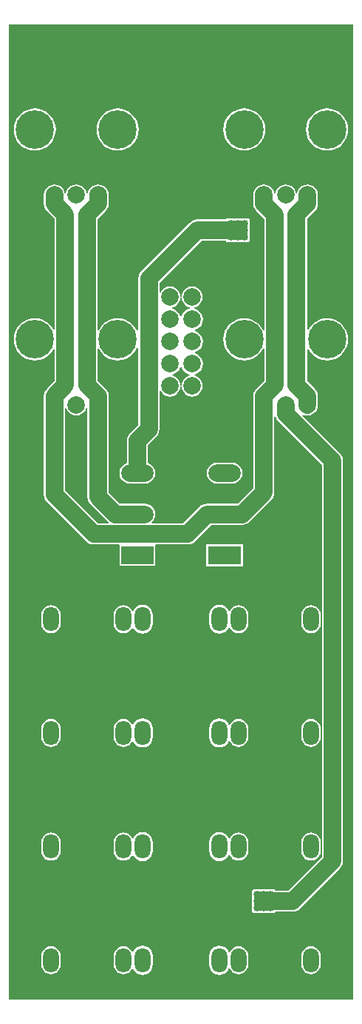
<source format=gtl>
G04 Layer_Physical_Order=1*
G04 Layer_Color=255*
%FSLAX43Y43*%
%MOMM*%
G71*
G01*
G75*
%ADD10C,2.000*%
%ADD11R,2.300X2.300*%
%ADD12R,2.300X2.300*%
%ADD13C,2.000*%
%ADD14O,1.800X2.800*%
%ADD15C,4.400*%
G04:AMPARAMS|DCode=16|XSize=3.7mm|YSize=2mm|CornerRadius=1mm|HoleSize=0mm|Usage=FLASHONLY|Rotation=180.000|XOffset=0mm|YOffset=0mm|HoleType=Round|Shape=RoundedRectangle|*
%AMROUNDEDRECTD16*
21,1,3.700,0.000,0,0,180.0*
21,1,1.700,2.000,0,0,180.0*
1,1,2.000,-0.850,0.000*
1,1,2.000,0.850,0.000*
1,1,2.000,0.850,0.000*
1,1,2.000,-0.850,0.000*
%
%ADD16ROUNDEDRECTD16*%
%ADD17R,3.700X2.000*%
%ADD18C,0.800*%
G36*
X119750Y108500D02*
X80250D01*
Y220000D01*
X119750D01*
Y108500D01*
D02*
G37*
%LPC*%
G36*
X85100Y140609D02*
X84813Y140572D01*
X84545Y140461D01*
X84315Y140285D01*
X84139Y140055D01*
X84028Y139787D01*
X83991Y139500D01*
Y138500D01*
X84028Y138213D01*
X84139Y137945D01*
X84315Y137715D01*
X84545Y137539D01*
X84813Y137428D01*
X85100Y137391D01*
X85387Y137428D01*
X85655Y137539D01*
X85885Y137715D01*
X86061Y137945D01*
X86172Y138213D01*
X86209Y138500D01*
Y139500D01*
X86172Y139787D01*
X86061Y140055D01*
X85885Y140285D01*
X85655Y140461D01*
X85387Y140572D01*
X85100Y140609D01*
D02*
G37*
G36*
X95600Y127664D02*
X95299Y127624D01*
X95018Y127508D01*
X94777Y127323D01*
X94592Y127082D01*
X94540Y126955D01*
X94402D01*
X94361Y127055D01*
X94185Y127285D01*
X93955Y127461D01*
X93687Y127572D01*
X93400Y127609D01*
X93113Y127572D01*
X92845Y127461D01*
X92615Y127285D01*
X92439Y127055D01*
X92328Y126787D01*
X92291Y126500D01*
Y125500D01*
X92328Y125213D01*
X92439Y124945D01*
X92615Y124715D01*
X92845Y124539D01*
X93113Y124428D01*
X93400Y124391D01*
X93687Y124428D01*
X93955Y124539D01*
X94185Y124715D01*
X94361Y124945D01*
X94402Y125045D01*
X94540D01*
X94592Y124918D01*
X94777Y124677D01*
X95018Y124492D01*
X95299Y124376D01*
X95600Y124336D01*
X95901Y124376D01*
X96182Y124492D01*
X96423Y124677D01*
X96608Y124918D01*
X96724Y125199D01*
X96764Y125500D01*
Y126500D01*
X96724Y126801D01*
X96608Y127082D01*
X96423Y127323D01*
X96182Y127508D01*
X95901Y127624D01*
X95600Y127664D01*
D02*
G37*
G36*
X114900Y127609D02*
X114613Y127572D01*
X114345Y127461D01*
X114115Y127285D01*
X113939Y127055D01*
X113828Y126787D01*
X113791Y126500D01*
Y125500D01*
X113828Y125213D01*
X113939Y124945D01*
X114115Y124715D01*
X114345Y124539D01*
X114613Y124428D01*
X114900Y124391D01*
X115187Y124428D01*
X115455Y124539D01*
X115685Y124715D01*
X115861Y124945D01*
X115972Y125213D01*
X116009Y125500D01*
Y126500D01*
X115972Y126787D01*
X115861Y127055D01*
X115685Y127285D01*
X115455Y127461D01*
X115187Y127572D01*
X114900Y127609D01*
D02*
G37*
G36*
X95600Y140664D02*
X95299Y140624D01*
X95018Y140508D01*
X94777Y140323D01*
X94592Y140082D01*
X94540Y139955D01*
X94402D01*
X94361Y140055D01*
X94185Y140285D01*
X93955Y140461D01*
X93687Y140572D01*
X93400Y140609D01*
X93113Y140572D01*
X92845Y140461D01*
X92615Y140285D01*
X92439Y140055D01*
X92328Y139787D01*
X92291Y139500D01*
Y138500D01*
X92328Y138213D01*
X92439Y137945D01*
X92615Y137715D01*
X92845Y137539D01*
X93113Y137428D01*
X93400Y137391D01*
X93687Y137428D01*
X93955Y137539D01*
X94185Y137715D01*
X94361Y137945D01*
X94402Y138045D01*
X94540D01*
X94592Y137918D01*
X94777Y137677D01*
X95018Y137492D01*
X95299Y137376D01*
X95600Y137336D01*
X95901Y137376D01*
X96182Y137492D01*
X96423Y137677D01*
X96608Y137918D01*
X96724Y138199D01*
X96764Y138500D01*
Y139500D01*
X96724Y139801D01*
X96608Y140082D01*
X96423Y140323D01*
X96182Y140508D01*
X95901Y140624D01*
X95600Y140664D01*
D02*
G37*
G36*
X114900Y140609D02*
X114613Y140572D01*
X114345Y140461D01*
X114115Y140285D01*
X113939Y140055D01*
X113828Y139787D01*
X113791Y139500D01*
Y138500D01*
X113828Y138213D01*
X113939Y137945D01*
X114115Y137715D01*
X114345Y137539D01*
X114613Y137428D01*
X114900Y137391D01*
X115187Y137428D01*
X115455Y137539D01*
X115685Y137715D01*
X115861Y137945D01*
X115972Y138213D01*
X116009Y138500D01*
Y139500D01*
X115972Y139787D01*
X115861Y140055D01*
X115685Y140285D01*
X115455Y140461D01*
X115187Y140572D01*
X114900Y140609D01*
D02*
G37*
G36*
X104400Y140664D02*
X104099Y140624D01*
X103818Y140508D01*
X103577Y140323D01*
X103392Y140082D01*
X103276Y139801D01*
X103236Y139500D01*
Y138500D01*
X103276Y138199D01*
X103392Y137918D01*
X103577Y137677D01*
X103818Y137492D01*
X104099Y137376D01*
X104400Y137336D01*
X104701Y137376D01*
X104982Y137492D01*
X105223Y137677D01*
X105408Y137918D01*
X105460Y138045D01*
X105598D01*
X105639Y137945D01*
X105815Y137715D01*
X106045Y137539D01*
X106313Y137428D01*
X106600Y137391D01*
X106887Y137428D01*
X107155Y137539D01*
X107385Y137715D01*
X107561Y137945D01*
X107672Y138213D01*
X107709Y138500D01*
Y139500D01*
X107672Y139787D01*
X107561Y140055D01*
X107385Y140285D01*
X107155Y140461D01*
X106887Y140572D01*
X106600Y140609D01*
X106313Y140572D01*
X106045Y140461D01*
X105815Y140285D01*
X105639Y140055D01*
X105598Y139955D01*
X105460D01*
X105408Y140082D01*
X105223Y140323D01*
X104982Y140508D01*
X104701Y140624D01*
X104400Y140664D01*
D02*
G37*
G36*
X114900Y114609D02*
X114613Y114572D01*
X114345Y114461D01*
X114115Y114285D01*
X113939Y114055D01*
X113828Y113787D01*
X113791Y113500D01*
Y112500D01*
X113828Y112213D01*
X113939Y111945D01*
X114115Y111715D01*
X114345Y111539D01*
X114613Y111428D01*
X114900Y111391D01*
X115187Y111428D01*
X115455Y111539D01*
X115685Y111715D01*
X115861Y111945D01*
X115972Y112213D01*
X116009Y112500D01*
Y113500D01*
X115972Y113787D01*
X115861Y114055D01*
X115685Y114285D01*
X115455Y114461D01*
X115187Y114572D01*
X114900Y114609D01*
D02*
G37*
G36*
X104400Y114664D02*
X104099Y114624D01*
X103818Y114508D01*
X103577Y114323D01*
X103392Y114082D01*
X103276Y113801D01*
X103236Y113500D01*
Y112500D01*
X103276Y112199D01*
X103392Y111918D01*
X103577Y111677D01*
X103818Y111492D01*
X104099Y111376D01*
X104400Y111336D01*
X104701Y111376D01*
X104982Y111492D01*
X105223Y111677D01*
X105408Y111918D01*
X105460Y112045D01*
X105598D01*
X105639Y111945D01*
X105815Y111715D01*
X106045Y111539D01*
X106313Y111428D01*
X106600Y111391D01*
X106887Y111428D01*
X107155Y111539D01*
X107385Y111715D01*
X107561Y111945D01*
X107672Y112213D01*
X107709Y112500D01*
Y113500D01*
X107672Y113787D01*
X107561Y114055D01*
X107385Y114285D01*
X107155Y114461D01*
X106887Y114572D01*
X106600Y114609D01*
X106313Y114572D01*
X106045Y114461D01*
X105815Y114285D01*
X105639Y114055D01*
X105598Y113955D01*
X105460D01*
X105408Y114082D01*
X105223Y114323D01*
X104982Y114508D01*
X104701Y114624D01*
X104400Y114664D01*
D02*
G37*
G36*
X85100Y114609D02*
X84813Y114572D01*
X84545Y114461D01*
X84315Y114285D01*
X84139Y114055D01*
X84028Y113787D01*
X83991Y113500D01*
Y112500D01*
X84028Y112213D01*
X84139Y111945D01*
X84315Y111715D01*
X84545Y111539D01*
X84813Y111428D01*
X85100Y111391D01*
X85387Y111428D01*
X85655Y111539D01*
X85885Y111715D01*
X86061Y111945D01*
X86172Y112213D01*
X86209Y112500D01*
Y113500D01*
X86172Y113787D01*
X86061Y114055D01*
X85885Y114285D01*
X85655Y114461D01*
X85387Y114572D01*
X85100Y114609D01*
D02*
G37*
G36*
X104400Y127664D02*
X104099Y127624D01*
X103818Y127508D01*
X103577Y127323D01*
X103392Y127082D01*
X103276Y126801D01*
X103236Y126500D01*
Y125500D01*
X103276Y125199D01*
X103392Y124918D01*
X103577Y124677D01*
X103818Y124492D01*
X104099Y124376D01*
X104400Y124336D01*
X104701Y124376D01*
X104982Y124492D01*
X105223Y124677D01*
X105408Y124918D01*
X105460Y125045D01*
X105598D01*
X105639Y124945D01*
X105815Y124715D01*
X106045Y124539D01*
X106313Y124428D01*
X106600Y124391D01*
X106887Y124428D01*
X107155Y124539D01*
X107385Y124715D01*
X107561Y124945D01*
X107672Y125213D01*
X107709Y125500D01*
Y126500D01*
X107672Y126787D01*
X107561Y127055D01*
X107385Y127285D01*
X107155Y127461D01*
X106887Y127572D01*
X106600Y127609D01*
X106313Y127572D01*
X106045Y127461D01*
X105815Y127285D01*
X105639Y127055D01*
X105598Y126955D01*
X105460D01*
X105408Y127082D01*
X105223Y127323D01*
X104982Y127508D01*
X104701Y127624D01*
X104400Y127664D01*
D02*
G37*
G36*
X85100Y127609D02*
X84813Y127572D01*
X84545Y127461D01*
X84315Y127285D01*
X84139Y127055D01*
X84028Y126787D01*
X83991Y126500D01*
Y125500D01*
X84028Y125213D01*
X84139Y124945D01*
X84315Y124715D01*
X84545Y124539D01*
X84813Y124428D01*
X85100Y124391D01*
X85387Y124428D01*
X85655Y124539D01*
X85885Y124715D01*
X86061Y124945D01*
X86172Y125213D01*
X86209Y125500D01*
Y126500D01*
X86172Y126787D01*
X86061Y127055D01*
X85885Y127285D01*
X85655Y127461D01*
X85387Y127572D01*
X85100Y127609D01*
D02*
G37*
G36*
X95600Y114664D02*
X95299Y114624D01*
X95018Y114508D01*
X94777Y114323D01*
X94592Y114082D01*
X94540Y113955D01*
X94402D01*
X94361Y114055D01*
X94185Y114285D01*
X93955Y114461D01*
X93687Y114572D01*
X93400Y114609D01*
X93113Y114572D01*
X92845Y114461D01*
X92615Y114285D01*
X92439Y114055D01*
X92328Y113787D01*
X92291Y113500D01*
Y112500D01*
X92328Y112213D01*
X92439Y111945D01*
X92615Y111715D01*
X92845Y111539D01*
X93113Y111428D01*
X93400Y111391D01*
X93687Y111428D01*
X93955Y111539D01*
X94185Y111715D01*
X94361Y111945D01*
X94402Y112045D01*
X94540D01*
X94592Y111918D01*
X94777Y111677D01*
X95018Y111492D01*
X95299Y111376D01*
X95600Y111336D01*
X95901Y111376D01*
X96182Y111492D01*
X96423Y111677D01*
X96608Y111918D01*
X96724Y112199D01*
X96764Y112500D01*
Y113500D01*
X96724Y113801D01*
X96608Y114082D01*
X96423Y114323D01*
X96182Y114508D01*
X95901Y114624D01*
X95600Y114664D01*
D02*
G37*
G36*
X85100Y153609D02*
X84813Y153572D01*
X84545Y153461D01*
X84315Y153285D01*
X84139Y153055D01*
X84028Y152787D01*
X83991Y152500D01*
Y151500D01*
X84028Y151213D01*
X84139Y150945D01*
X84315Y150715D01*
X84545Y150539D01*
X84813Y150428D01*
X85100Y150391D01*
X85387Y150428D01*
X85655Y150539D01*
X85885Y150715D01*
X86061Y150945D01*
X86172Y151213D01*
X86209Y151500D01*
Y152500D01*
X86172Y152787D01*
X86061Y153055D01*
X85885Y153285D01*
X85655Y153461D01*
X85387Y153572D01*
X85100Y153609D01*
D02*
G37*
G36*
X107250Y210412D02*
X106780Y210365D01*
X106327Y210228D01*
X105910Y210005D01*
X105545Y209705D01*
X105245Y209340D01*
X105022Y208923D01*
X104885Y208470D01*
X104838Y208000D01*
X104885Y207530D01*
X105022Y207077D01*
X105245Y206660D01*
X105545Y206295D01*
X105910Y205995D01*
X106327Y205772D01*
X106780Y205635D01*
X107250Y205588D01*
X107720Y205635D01*
X108173Y205772D01*
X108590Y205995D01*
X108955Y206295D01*
X109255Y206660D01*
X109478Y207077D01*
X109615Y207530D01*
X109662Y208000D01*
X109615Y208470D01*
X109478Y208923D01*
X109255Y209340D01*
X108955Y209705D01*
X108590Y210005D01*
X108173Y210228D01*
X107720Y210365D01*
X107250Y210412D01*
D02*
G37*
G36*
X105850Y169910D02*
X104150D01*
X103837Y169869D01*
X103545Y169748D01*
X103294Y169556D01*
X103102Y169305D01*
X102981Y169013D01*
X102940Y168700D01*
X102981Y168387D01*
X103102Y168095D01*
X103294Y167844D01*
X103545Y167652D01*
X103837Y167531D01*
X104150Y167490D01*
X105850D01*
X106163Y167531D01*
X106455Y167652D01*
X106706Y167844D01*
X106898Y168095D01*
X107019Y168387D01*
X107060Y168700D01*
X107019Y169013D01*
X106898Y169305D01*
X106706Y169556D01*
X106455Y169748D01*
X106163Y169869D01*
X105850Y169910D01*
D02*
G37*
G36*
X92750Y210412D02*
X92280Y210365D01*
X91827Y210228D01*
X91410Y210005D01*
X91045Y209705D01*
X90745Y209340D01*
X90522Y208923D01*
X90385Y208470D01*
X90338Y208000D01*
X90385Y207530D01*
X90522Y207077D01*
X90745Y206660D01*
X91045Y206295D01*
X91410Y205995D01*
X91827Y205772D01*
X92280Y205635D01*
X92750Y205588D01*
X93220Y205635D01*
X93673Y205772D01*
X94090Y205995D01*
X94455Y206295D01*
X94755Y206660D01*
X94978Y207077D01*
X95115Y207530D01*
X95162Y208000D01*
X95115Y208470D01*
X94978Y208923D01*
X94755Y209340D01*
X94455Y209705D01*
X94090Y210005D01*
X93673Y210228D01*
X93220Y210365D01*
X92750Y210412D01*
D02*
G37*
G36*
X83250D02*
X82780Y210365D01*
X82327Y210228D01*
X81910Y210005D01*
X81545Y209705D01*
X81245Y209340D01*
X81022Y208923D01*
X80885Y208470D01*
X80838Y208000D01*
X80885Y207530D01*
X81022Y207077D01*
X81245Y206660D01*
X81545Y206295D01*
X81910Y205995D01*
X82327Y205772D01*
X82780Y205635D01*
X83250Y205588D01*
X83720Y205635D01*
X84173Y205772D01*
X84590Y205995D01*
X84955Y206295D01*
X85255Y206660D01*
X85478Y207077D01*
X85615Y207530D01*
X85662Y208000D01*
X85615Y208470D01*
X85478Y208923D01*
X85255Y209340D01*
X84955Y209705D01*
X84590Y210005D01*
X84173Y210228D01*
X83720Y210365D01*
X83250Y210412D01*
D02*
G37*
G36*
X114500Y201710D02*
X114187Y201669D01*
X113895Y201548D01*
X113644Y201356D01*
X113452Y201105D01*
X113331Y200813D01*
X113314Y200685D01*
X113186D01*
X113169Y200813D01*
X113048Y201105D01*
X112856Y201356D01*
X112605Y201548D01*
X112313Y201669D01*
X112000Y201710D01*
X111687Y201669D01*
X111395Y201548D01*
X111144Y201356D01*
X110952Y201105D01*
X110831Y200813D01*
X110814Y200685D01*
X110686D01*
X110669Y200813D01*
X110548Y201105D01*
X110356Y201356D01*
X110105Y201548D01*
X109813Y201669D01*
X109500Y201710D01*
X109187Y201669D01*
X108895Y201548D01*
X108644Y201356D01*
X108452Y201105D01*
X108331Y200813D01*
X108290Y200500D01*
Y199500D01*
X108331Y199187D01*
X108452Y198895D01*
X108644Y198644D01*
X109540Y197749D01*
Y185077D01*
X109413Y185045D01*
X109255Y185340D01*
X108955Y185705D01*
X108590Y186005D01*
X108173Y186228D01*
X107720Y186365D01*
X107250Y186412D01*
X106780Y186365D01*
X106327Y186228D01*
X105910Y186005D01*
X105545Y185705D01*
X105245Y185340D01*
X105022Y184923D01*
X104885Y184470D01*
X104838Y184000D01*
X104885Y183530D01*
X105022Y183077D01*
X105245Y182660D01*
X105545Y182295D01*
X105910Y181995D01*
X106327Y181772D01*
X106780Y181635D01*
X107250Y181588D01*
X107720Y181635D01*
X108173Y181772D01*
X108590Y181995D01*
X108955Y182295D01*
X109255Y182660D01*
X109413Y182955D01*
X109540Y182923D01*
Y179251D01*
X108644Y178356D01*
X108452Y178105D01*
X108331Y177813D01*
X108290Y177500D01*
Y176500D01*
Y167001D01*
X106499Y165210D01*
X103000D01*
X102687Y165169D01*
X102395Y165048D01*
X102144Y164856D01*
X100249Y162960D01*
X96664D01*
X96623Y163081D01*
X96706Y163144D01*
X96898Y163395D01*
X97019Y163687D01*
X97060Y164000D01*
X97019Y164313D01*
X96898Y164605D01*
X96706Y164856D01*
X96455Y165048D01*
X96163Y165169D01*
X95850Y165210D01*
X93001D01*
X91710Y166501D01*
Y176500D01*
Y177500D01*
X91669Y177813D01*
X91548Y178105D01*
X91356Y178356D01*
X90460Y179251D01*
Y182923D01*
X90587Y182955D01*
X90745Y182660D01*
X91045Y182295D01*
X91410Y181995D01*
X91827Y181772D01*
X92280Y181635D01*
X92750Y181588D01*
X93220Y181635D01*
X93673Y181772D01*
X94090Y181995D01*
X94455Y182295D01*
X94755Y182660D01*
X94978Y183077D01*
X94989Y183113D01*
X95115Y183095D01*
Y174226D01*
X94144Y173256D01*
X93952Y173005D01*
X93831Y172713D01*
X93790Y172400D01*
Y169850D01*
X93545Y169748D01*
X93294Y169556D01*
X93102Y169305D01*
X92981Y169013D01*
X92940Y168700D01*
X92981Y168387D01*
X93102Y168095D01*
X93294Y167844D01*
X93545Y167652D01*
X93837Y167531D01*
X94150Y167490D01*
X95850D01*
X96163Y167531D01*
X96455Y167652D01*
X96706Y167844D01*
X96898Y168095D01*
X97019Y168387D01*
X97060Y168700D01*
X97019Y169013D01*
X96898Y169305D01*
X96706Y169556D01*
X96455Y169748D01*
X96210Y169850D01*
Y171899D01*
X97181Y172869D01*
X97373Y173120D01*
X97494Y173412D01*
X97535Y173725D01*
Y178087D01*
X97662Y178112D01*
X97682Y178065D01*
X97874Y177814D01*
X98125Y177622D01*
X98417Y177501D01*
X98730Y177460D01*
X99043Y177501D01*
X99335Y177622D01*
X99586Y177814D01*
X99778Y178065D01*
X99899Y178357D01*
X99928Y178580D01*
X99936Y178637D01*
X100064D01*
X100072Y178580D01*
X100101Y178357D01*
X100222Y178065D01*
X100414Y177814D01*
X100665Y177622D01*
X100957Y177501D01*
X101270Y177460D01*
X101583Y177501D01*
X101875Y177622D01*
X102126Y177814D01*
X102318Y178065D01*
X102439Y178357D01*
X102480Y178670D01*
X102439Y178983D01*
X102318Y179275D01*
X102126Y179526D01*
X101875Y179718D01*
X101583Y179839D01*
X101510Y179849D01*
Y179977D01*
X101597Y179988D01*
X101902Y180115D01*
X102164Y180316D01*
X102365Y180578D01*
X102492Y180883D01*
X102535Y181210D01*
X102492Y181537D01*
X102365Y181842D01*
X102164Y182104D01*
X101902Y182305D01*
X101647Y182411D01*
Y182549D01*
X101902Y182655D01*
X102164Y182856D01*
X102365Y183118D01*
X102492Y183423D01*
X102535Y183750D01*
X102492Y184077D01*
X102365Y184382D01*
X102164Y184644D01*
X101902Y184845D01*
X101647Y184951D01*
Y185089D01*
X101902Y185195D01*
X102164Y185396D01*
X102365Y185658D01*
X102492Y185963D01*
X102535Y186290D01*
X102492Y186617D01*
X102365Y186922D01*
X102164Y187184D01*
X101902Y187385D01*
X101597Y187512D01*
X101510Y187523D01*
Y187651D01*
X101583Y187661D01*
X101875Y187782D01*
X102126Y187974D01*
X102318Y188225D01*
X102439Y188517D01*
X102480Y188830D01*
X102439Y189143D01*
X102318Y189435D01*
X102126Y189686D01*
X101875Y189878D01*
X101583Y189999D01*
X101270Y190040D01*
X100957Y189999D01*
X100665Y189878D01*
X100414Y189686D01*
X100222Y189435D01*
X100101Y189143D01*
X100072Y188920D01*
X100064Y188863D01*
X99936D01*
X99928Y188920D01*
X99899Y189143D01*
X99778Y189435D01*
X99586Y189686D01*
X99335Y189878D01*
X99043Y189999D01*
X98730Y190040D01*
X98417Y189999D01*
X98125Y189878D01*
X97874Y189686D01*
X97682Y189435D01*
X97662Y189388D01*
X97535Y189414D01*
Y190474D01*
X102351Y195290D01*
X105158D01*
X105162Y195272D01*
X105206Y195206D01*
X105272Y195162D01*
X105350Y195146D01*
X105711D01*
X105750Y195138D01*
X105789Y195146D01*
X106461D01*
X106500Y195138D01*
X106539Y195146D01*
X107211D01*
X107250Y195138D01*
X107289Y195146D01*
X107650D01*
X107728Y195162D01*
X107794Y195206D01*
X107838Y195272D01*
X107854Y195350D01*
Y195711D01*
X107862Y195750D01*
X107854Y195789D01*
Y196461D01*
X107862Y196500D01*
X107854Y196539D01*
Y197211D01*
X107862Y197250D01*
X107854Y197289D01*
Y197650D01*
X107838Y197728D01*
X107794Y197794D01*
X107728Y197838D01*
X107650Y197854D01*
X107289D01*
X107250Y197862D01*
X107211Y197854D01*
X106539D01*
X106500Y197862D01*
X106461Y197854D01*
X105789D01*
X105750Y197862D01*
X105711Y197854D01*
X105350D01*
X105272Y197838D01*
X105206Y197794D01*
X105162Y197728D01*
X105158Y197710D01*
X101850D01*
X101537Y197669D01*
X101245Y197548D01*
X100994Y197356D01*
X95469Y191831D01*
X95277Y191580D01*
X95156Y191288D01*
X95115Y190975D01*
Y184905D01*
X94989Y184887D01*
X94978Y184923D01*
X94755Y185340D01*
X94455Y185705D01*
X94090Y186005D01*
X93673Y186228D01*
X93220Y186365D01*
X92750Y186412D01*
X92280Y186365D01*
X91827Y186228D01*
X91410Y186005D01*
X91045Y185705D01*
X90745Y185340D01*
X90587Y185045D01*
X90460Y185077D01*
Y197749D01*
X91356Y198644D01*
X91548Y198895D01*
X91669Y199187D01*
X91710Y199500D01*
Y200500D01*
X91669Y200813D01*
X91548Y201105D01*
X91356Y201356D01*
X91105Y201548D01*
X90813Y201669D01*
X90500Y201710D01*
X90187Y201669D01*
X89895Y201548D01*
X89644Y201356D01*
X89452Y201105D01*
X89331Y200813D01*
X89314Y200685D01*
X89186D01*
X89169Y200813D01*
X89048Y201105D01*
X88856Y201356D01*
X88605Y201548D01*
X88313Y201669D01*
X88000Y201710D01*
X87687Y201669D01*
X87395Y201548D01*
X87144Y201356D01*
X86952Y201105D01*
X86831Y200813D01*
X86814Y200685D01*
X86686D01*
X86669Y200813D01*
X86548Y201105D01*
X86356Y201356D01*
X86105Y201548D01*
X85813Y201669D01*
X85500Y201710D01*
X85187Y201669D01*
X84895Y201548D01*
X84644Y201356D01*
X84452Y201105D01*
X84331Y200813D01*
X84290Y200500D01*
Y199500D01*
X84331Y199187D01*
X84452Y198895D01*
X84644Y198644D01*
X85540Y197749D01*
Y185077D01*
X85413Y185045D01*
X85255Y185340D01*
X84955Y185705D01*
X84590Y186005D01*
X84173Y186228D01*
X83720Y186365D01*
X83250Y186412D01*
X82780Y186365D01*
X82327Y186228D01*
X81910Y186005D01*
X81545Y185705D01*
X81245Y185340D01*
X81022Y184923D01*
X80885Y184470D01*
X80838Y184000D01*
X80885Y183530D01*
X81022Y183077D01*
X81245Y182660D01*
X81545Y182295D01*
X81910Y181995D01*
X82327Y181772D01*
X82780Y181635D01*
X83250Y181588D01*
X83720Y181635D01*
X84173Y181772D01*
X84590Y181995D01*
X84955Y182295D01*
X85255Y182660D01*
X85413Y182955D01*
X85540Y182923D01*
Y179251D01*
X84644Y178356D01*
X84452Y178105D01*
X84331Y177813D01*
X84290Y177500D01*
Y176500D01*
Y166250D01*
X84331Y165937D01*
X84452Y165645D01*
X84644Y165394D01*
X89144Y160894D01*
X89395Y160702D01*
X89687Y160581D01*
X90000Y160540D01*
X92839D01*
X92950Y160500D01*
X92950Y160413D01*
Y158100D01*
X97050D01*
Y160413D01*
X97050Y160500D01*
X97161Y160540D01*
X100750D01*
X101063Y160581D01*
X101355Y160702D01*
X101606Y160894D01*
X103501Y162790D01*
X107000D01*
X107313Y162831D01*
X107605Y162952D01*
X107856Y163144D01*
X110356Y165644D01*
X110548Y165895D01*
X110669Y166187D01*
X110710Y166500D01*
Y175161D01*
X110831Y175187D01*
X110952Y174895D01*
X111144Y174644D01*
X116140Y169649D01*
Y124851D01*
X112249Y120960D01*
X110842D01*
X110838Y120978D01*
X110794Y121044D01*
X110728Y121088D01*
X110650Y121104D01*
X110289D01*
X110250Y121112D01*
X110211Y121104D01*
X109539D01*
X109500Y121112D01*
X109461Y121104D01*
X108789D01*
X108750Y121112D01*
X108711Y121104D01*
X108350D01*
X108272Y121088D01*
X108206Y121044D01*
X108162Y120978D01*
X108146Y120900D01*
Y120539D01*
X108138Y120500D01*
X108146Y120461D01*
Y119789D01*
X108138Y119750D01*
X108146Y119711D01*
Y119039D01*
X108138Y119000D01*
X108146Y118961D01*
Y118600D01*
X108162Y118522D01*
X108206Y118456D01*
X108272Y118412D01*
X108350Y118396D01*
X108711D01*
X108750Y118388D01*
X108789Y118396D01*
X109461D01*
X109500Y118388D01*
X109539Y118396D01*
X110211D01*
X110250Y118388D01*
X110289Y118396D01*
X110650D01*
X110728Y118412D01*
X110794Y118456D01*
X110838Y118522D01*
X110842Y118540D01*
X112750D01*
X113063Y118581D01*
X113355Y118702D01*
X113606Y118894D01*
X118206Y123494D01*
X118398Y123745D01*
X118519Y124037D01*
X118560Y124350D01*
Y170150D01*
X118519Y170463D01*
X118398Y170755D01*
X118206Y171006D01*
X113899Y175313D01*
X113971Y175420D01*
X114187Y175331D01*
X114500Y175290D01*
X114813Y175331D01*
X115105Y175452D01*
X115356Y175644D01*
X115548Y175895D01*
X115669Y176187D01*
X115710Y176500D01*
Y177500D01*
X115669Y177813D01*
X115548Y178105D01*
X115356Y178356D01*
X114460Y179251D01*
Y182923D01*
X114587Y182955D01*
X114745Y182660D01*
X115045Y182295D01*
X115410Y181995D01*
X115827Y181772D01*
X116280Y181635D01*
X116750Y181588D01*
X117220Y181635D01*
X117673Y181772D01*
X118090Y181995D01*
X118455Y182295D01*
X118755Y182660D01*
X118978Y183077D01*
X119115Y183530D01*
X119162Y184000D01*
X119115Y184470D01*
X118978Y184923D01*
X118755Y185340D01*
X118455Y185705D01*
X118090Y186005D01*
X117673Y186228D01*
X117220Y186365D01*
X116750Y186412D01*
X116280Y186365D01*
X115827Y186228D01*
X115410Y186005D01*
X115045Y185705D01*
X114745Y185340D01*
X114587Y185045D01*
X114460Y185077D01*
Y197749D01*
X115356Y198644D01*
X115548Y198895D01*
X115669Y199187D01*
X115710Y199500D01*
Y200500D01*
X115669Y200813D01*
X115548Y201105D01*
X115356Y201356D01*
X115105Y201548D01*
X114813Y201669D01*
X114500Y201710D01*
D02*
G37*
G36*
X114900Y153609D02*
X114613Y153572D01*
X114345Y153461D01*
X114115Y153285D01*
X113939Y153055D01*
X113828Y152787D01*
X113791Y152500D01*
Y151500D01*
X113828Y151213D01*
X113939Y150945D01*
X114115Y150715D01*
X114345Y150539D01*
X114613Y150428D01*
X114900Y150391D01*
X115187Y150428D01*
X115455Y150539D01*
X115685Y150715D01*
X115861Y150945D01*
X115972Y151213D01*
X116009Y151500D01*
Y152500D01*
X115972Y152787D01*
X115861Y153055D01*
X115685Y153285D01*
X115455Y153461D01*
X115187Y153572D01*
X114900Y153609D01*
D02*
G37*
G36*
X104400Y153664D02*
X104099Y153624D01*
X103818Y153508D01*
X103577Y153323D01*
X103392Y153082D01*
X103276Y152801D01*
X103236Y152500D01*
Y151500D01*
X103276Y151199D01*
X103392Y150918D01*
X103577Y150677D01*
X103818Y150492D01*
X104099Y150376D01*
X104400Y150336D01*
X104701Y150376D01*
X104982Y150492D01*
X105223Y150677D01*
X105408Y150918D01*
X105460Y151045D01*
X105598D01*
X105639Y150945D01*
X105815Y150715D01*
X106045Y150539D01*
X106313Y150428D01*
X106600Y150391D01*
X106887Y150428D01*
X107155Y150539D01*
X107385Y150715D01*
X107561Y150945D01*
X107672Y151213D01*
X107709Y151500D01*
Y152500D01*
X107672Y152787D01*
X107561Y153055D01*
X107385Y153285D01*
X107155Y153461D01*
X106887Y153572D01*
X106600Y153609D01*
X106313Y153572D01*
X106045Y153461D01*
X105815Y153285D01*
X105639Y153055D01*
X105598Y152955D01*
X105460D01*
X105408Y153082D01*
X105223Y153323D01*
X104982Y153508D01*
X104701Y153624D01*
X104400Y153664D01*
D02*
G37*
G36*
X95600D02*
X95299Y153624D01*
X95018Y153508D01*
X94777Y153323D01*
X94592Y153082D01*
X94540Y152955D01*
X94402D01*
X94361Y153055D01*
X94185Y153285D01*
X93955Y153461D01*
X93687Y153572D01*
X93400Y153609D01*
X93113Y153572D01*
X92845Y153461D01*
X92615Y153285D01*
X92439Y153055D01*
X92328Y152787D01*
X92291Y152500D01*
Y151500D01*
X92328Y151213D01*
X92439Y150945D01*
X92615Y150715D01*
X92845Y150539D01*
X93113Y150428D01*
X93400Y150391D01*
X93687Y150428D01*
X93955Y150539D01*
X94185Y150715D01*
X94361Y150945D01*
X94402Y151045D01*
X94540D01*
X94592Y150918D01*
X94777Y150677D01*
X95018Y150492D01*
X95299Y150376D01*
X95600Y150336D01*
X95901Y150376D01*
X96182Y150492D01*
X96423Y150677D01*
X96608Y150918D01*
X96724Y151199D01*
X96764Y151500D01*
Y152500D01*
X96724Y152801D01*
X96608Y153082D01*
X96423Y153323D01*
X96182Y153508D01*
X95901Y153624D01*
X95600Y153664D01*
D02*
G37*
G36*
X116750Y210412D02*
X116280Y210365D01*
X115827Y210228D01*
X115410Y210005D01*
X115045Y209705D01*
X114745Y209340D01*
X114522Y208923D01*
X114385Y208470D01*
X114338Y208000D01*
X114385Y207530D01*
X114522Y207077D01*
X114745Y206660D01*
X115045Y206295D01*
X115410Y205995D01*
X115827Y205772D01*
X116280Y205635D01*
X116750Y205588D01*
X117220Y205635D01*
X117673Y205772D01*
X118090Y205995D01*
X118455Y206295D01*
X118755Y206660D01*
X118978Y207077D01*
X119115Y207530D01*
X119162Y208000D01*
X119115Y208470D01*
X118978Y208923D01*
X118755Y209340D01*
X118455Y209705D01*
X118090Y210005D01*
X117673Y210228D01*
X117220Y210365D01*
X116750Y210412D01*
D02*
G37*
G36*
X107104Y160554D02*
X102896D01*
Y158046D01*
X107104D01*
Y160554D01*
D02*
G37*
%LPD*%
G36*
X86952Y175895D02*
X87144Y175644D01*
X87395Y175452D01*
X87687Y175331D01*
X88000Y175290D01*
X88313Y175331D01*
X88605Y175452D01*
X88856Y175644D01*
X89048Y175895D01*
X89169Y176187D01*
X89290Y176161D01*
Y166000D01*
X89331Y165687D01*
X89452Y165395D01*
X89644Y165144D01*
X91644Y163144D01*
X91727Y163081D01*
X91686Y162960D01*
X90501D01*
X86710Y166751D01*
Y176161D01*
X86831Y176187D01*
X86952Y175895D01*
D02*
G37*
G36*
X100175Y180578D02*
X100376Y180316D01*
X100638Y180115D01*
X100943Y179988D01*
X101030Y179977D01*
Y179849D01*
X100957Y179839D01*
X100665Y179718D01*
X100414Y179526D01*
X100222Y179275D01*
X100101Y178983D01*
X100072Y178760D01*
X100064Y178703D01*
X99936D01*
X99928Y178760D01*
X99899Y178983D01*
X99778Y179275D01*
X99586Y179526D01*
X99335Y179718D01*
X99043Y179839D01*
X98970Y179849D01*
Y179977D01*
X99057Y179988D01*
X99362Y180115D01*
X99624Y180316D01*
X99825Y180578D01*
X99931Y180833D01*
X100069D01*
X100175Y180578D01*
D02*
G37*
G36*
X100072Y188740D02*
X100101Y188517D01*
X100222Y188225D01*
X100414Y187974D01*
X100665Y187782D01*
X100957Y187661D01*
X101030Y187651D01*
Y187523D01*
X100943Y187512D01*
X100638Y187385D01*
X100376Y187184D01*
X100175Y186922D01*
X100069Y186667D01*
X99931D01*
X99825Y186922D01*
X99624Y187184D01*
X99362Y187385D01*
X99057Y187512D01*
X98970Y187523D01*
Y187651D01*
X99043Y187661D01*
X99335Y187782D01*
X99586Y187974D01*
X99778Y188225D01*
X99899Y188517D01*
X99928Y188740D01*
X99936Y188797D01*
X100064D01*
X100072Y188740D01*
D02*
G37*
D10*
X101850Y196500D02*
X105750D01*
X96325Y190975D02*
X101850Y196500D01*
X85500Y166250D02*
X90000Y161750D01*
X85500Y166250D02*
Y176500D01*
X90000Y161750D02*
X100750D01*
X95000Y172400D02*
X96325Y173725D01*
Y190975D01*
X95000Y168700D02*
Y172400D01*
X110250Y119750D02*
X112750D01*
X109500D02*
X110250D01*
X117350Y124350D02*
Y170150D01*
X112750Y119750D02*
X117350Y124350D01*
X103000Y164000D02*
X105000D01*
X113250Y198250D02*
X114500Y199500D01*
Y200500D01*
X109500Y199500D02*
Y200500D01*
Y199500D02*
X110750Y198250D01*
X109500Y176500D02*
Y177500D01*
X110750Y178750D01*
Y198250D01*
X113250Y178750D02*
Y198250D01*
Y178750D02*
X114500Y177500D01*
Y176500D02*
Y177500D01*
X90500Y176500D02*
Y177500D01*
X89250Y178750D02*
X90500Y177500D01*
X89250Y178750D02*
Y198250D01*
X86750Y178750D02*
Y198250D01*
X85500Y177500D02*
X86750Y178750D01*
X85500Y176500D02*
Y177500D01*
Y199500D02*
X86750Y198250D01*
X85500Y199500D02*
Y200500D01*
X90500Y199500D02*
Y200500D01*
X89250Y198250D02*
X90500Y199500D01*
X105000Y164000D02*
X107000D01*
X109500Y166500D01*
Y176500D01*
X90500Y166000D02*
Y176500D01*
Y166000D02*
X92500Y164000D01*
X95000D01*
X100750Y161750D02*
X103000Y164000D01*
X112000Y175500D02*
Y176500D01*
Y175500D02*
X117350Y170150D01*
D11*
X109500Y119750D02*
D03*
D12*
X106500Y196500D02*
D03*
D13*
X101270Y188830D02*
D03*
X98730D02*
D03*
X101270Y186290D02*
D03*
X98730D02*
D03*
Y183750D02*
D03*
X101270D02*
D03*
Y181210D02*
D03*
X98730D02*
D03*
Y178670D02*
D03*
X101270D02*
D03*
X90500Y200500D02*
D03*
X88000D02*
D03*
X85500D02*
D03*
X114500D02*
D03*
X112000D02*
D03*
X109500D02*
D03*
X90500Y176500D02*
D03*
X88000D02*
D03*
X85500D02*
D03*
X114500D02*
D03*
X112000D02*
D03*
X109500D02*
D03*
D14*
X114900Y152000D02*
D03*
X106600D02*
D03*
X104400D02*
D03*
X114900Y139000D02*
D03*
X106600D02*
D03*
X104400D02*
D03*
X114900Y126000D02*
D03*
X106600D02*
D03*
X104400D02*
D03*
Y113000D02*
D03*
X106600D02*
D03*
X114900D02*
D03*
X85100Y152000D02*
D03*
X93400D02*
D03*
X95600D02*
D03*
X85100Y139000D02*
D03*
X93400D02*
D03*
X95600D02*
D03*
X85100Y126000D02*
D03*
X93400D02*
D03*
X95600D02*
D03*
Y113000D02*
D03*
X93400D02*
D03*
X85100D02*
D03*
D15*
X83250Y208000D02*
D03*
X92750D02*
D03*
X107250D02*
D03*
X116750D02*
D03*
X83250Y184000D02*
D03*
X92750D02*
D03*
X107250D02*
D03*
X116750D02*
D03*
D16*
X105000Y168700D02*
D03*
Y164000D02*
D03*
X95000D02*
D03*
Y168700D02*
D03*
D17*
X105000Y159300D02*
D03*
X95000D02*
D03*
D18*
X97500Y197750D02*
D03*
X98000Y195250D02*
D03*
X98500Y199750D02*
D03*
X97500D02*
D03*
X102500Y194500D02*
D03*
X103500Y177500D02*
D03*
Y178500D02*
D03*
Y179500D02*
D03*
Y180500D02*
D03*
Y181500D02*
D03*
Y182500D02*
D03*
Y183500D02*
D03*
Y184500D02*
D03*
Y185500D02*
D03*
Y186500D02*
D03*
Y187500D02*
D03*
Y188500D02*
D03*
Y189500D02*
D03*
X99000Y173529D02*
D03*
X98750Y176750D02*
D03*
X97500Y171000D02*
D03*
X88000Y208000D02*
D03*
X92400Y203250D02*
D03*
X111750Y146750D02*
D03*
X109500Y119750D02*
D03*
Y120500D02*
D03*
X110250Y119750D02*
D03*
X109500Y119000D02*
D03*
X108750Y119750D02*
D03*
Y120500D02*
D03*
X110250D02*
D03*
Y119000D02*
D03*
X108750D02*
D03*
X105750Y195750D02*
D03*
X107250D02*
D03*
Y197250D02*
D03*
X105750D02*
D03*
Y196500D02*
D03*
X106500Y195750D02*
D03*
X107250Y196500D02*
D03*
X106500Y197250D02*
D03*
Y196500D02*
D03*
X89750Y160000D02*
D03*
X92000Y157750D02*
D03*
X97750D02*
D03*
X102250Y158250D02*
D03*
X107750D02*
D03*
Y159250D02*
D03*
X102250D02*
D03*
X102500Y152000D02*
D03*
X104400Y154250D02*
D03*
Y149750D02*
D03*
X97500Y152000D02*
D03*
X95600Y154250D02*
D03*
Y149750D02*
D03*
Y136750D02*
D03*
Y141250D02*
D03*
X97500Y139000D02*
D03*
X104400Y136750D02*
D03*
Y141250D02*
D03*
X102500Y139000D02*
D03*
X95600Y123750D02*
D03*
Y128250D02*
D03*
X97500Y126000D02*
D03*
X104400Y123750D02*
D03*
Y128250D02*
D03*
X102500Y126000D02*
D03*
X95600Y110750D02*
D03*
Y115250D02*
D03*
X97500Y113000D02*
D03*
X104400Y110750D02*
D03*
Y115250D02*
D03*
X102500Y113000D02*
D03*
X119250Y119750D02*
D03*
X119000Y109250D02*
D03*
X115200D02*
D03*
X111400D02*
D03*
X107600D02*
D03*
X103800D02*
D03*
X100000D02*
D03*
X96200D02*
D03*
X92400D02*
D03*
X88600D02*
D03*
X84800D02*
D03*
X81000D02*
D03*
X115200Y219250D02*
D03*
X107600D02*
D03*
X111400D02*
D03*
X100000D02*
D03*
X103800D02*
D03*
X92400D02*
D03*
X96200D02*
D03*
X88600D02*
D03*
X84800D02*
D03*
X81000D02*
D03*
X119000D02*
D03*
X119250Y114000D02*
D03*
X113750Y115500D02*
D03*
Y128500D02*
D03*
Y141500D02*
D03*
X86250D02*
D03*
Y128500D02*
D03*
Y115500D02*
D03*
X97750Y160000D02*
D03*
X100750Y164250D02*
D03*
X100500Y168500D02*
D03*
X92750Y167500D02*
D03*
X91000Y197250D02*
D03*
X84750D02*
D03*
X109000D02*
D03*
X115000Y197500D02*
D03*
X105500Y198750D02*
D03*
X104000Y200000D02*
D03*
X102500Y198750D02*
D03*
X94250D02*
D03*
X96000Y200000D02*
D03*
X97500Y198750D02*
D03*
X94500Y175250D02*
D03*
X88500Y173500D02*
D03*
X84250Y165000D02*
D03*
X86250Y154500D02*
D03*
X113750D02*
D03*
X114000Y149750D02*
D03*
X108000Y145000D02*
D03*
X108500Y141000D02*
D03*
X110250Y137500D02*
D03*
X108750Y139000D02*
D03*
X91500Y141000D02*
D03*
X91250Y139000D02*
D03*
X89750Y137500D02*
D03*
X91500Y128000D02*
D03*
X91250Y126000D02*
D03*
X89750Y124500D02*
D03*
X108750Y126000D02*
D03*
X108500Y128000D02*
D03*
X110250Y124750D02*
D03*
X108500Y115000D02*
D03*
X108750Y113000D02*
D03*
X110500Y111750D02*
D03*
X91250Y113000D02*
D03*
X91500Y115000D02*
D03*
X89750Y111750D02*
D03*
X100000Y115000D02*
D03*
Y119000D02*
D03*
X107250D02*
D03*
X113500Y118000D02*
D03*
X89000Y118500D02*
D03*
X110250Y150500D02*
D03*
X108750Y152000D02*
D03*
X108500Y154000D02*
D03*
X91500D02*
D03*
X91250Y152000D02*
D03*
X89750Y150500D02*
D03*
X108750Y159250D02*
D03*
X101250D02*
D03*
X108750Y158250D02*
D03*
X101250D02*
D03*
X107000Y167000D02*
D03*
X103500Y171000D02*
D03*
X105750Y174500D02*
D03*
X107500Y170250D02*
D03*
X105500Y181250D02*
D03*
X109000D02*
D03*
X105500Y186750D02*
D03*
X109000D02*
D03*
X105500Y192750D02*
D03*
X108500Y194250D02*
D03*
X100500Y190750D02*
D03*
X91000Y186750D02*
D03*
X94500Y186500D02*
D03*
Y181500D02*
D03*
X92500Y181000D02*
D03*
X94500Y178750D02*
D03*
X83750Y174000D02*
D03*
X84750Y181250D02*
D03*
X81250D02*
D03*
X81500Y177250D02*
D03*
X81000Y171500D02*
D03*
X87500Y157250D02*
D03*
X85250Y159500D02*
D03*
X84500Y149500D02*
D03*
X84750Y136500D02*
D03*
X81000Y134500D02*
D03*
X80750Y150250D02*
D03*
Y143250D02*
D03*
Y164750D02*
D03*
Y158000D02*
D03*
X107750Y178250D02*
D03*
X115500Y166250D02*
D03*
X111750Y162500D02*
D03*
X115250Y159250D02*
D03*
X111750Y158500D02*
D03*
X115500Y154500D02*
D03*
X108000Y148250D02*
D03*
X100000Y149750D02*
D03*
Y153750D02*
D03*
Y145000D02*
D03*
Y140500D02*
D03*
Y132000D02*
D03*
Y128000D02*
D03*
X95000Y145000D02*
D03*
X104250D02*
D03*
X89500D02*
D03*
X95000Y132000D02*
D03*
X104500D02*
D03*
X110250D02*
D03*
X91750D02*
D03*
X88250Y135250D02*
D03*
X92500Y136000D02*
D03*
X100000Y136250D02*
D03*
X115500Y144500D02*
D03*
X117000Y117000D02*
D03*
X117500Y111500D02*
D03*
X81000Y129750D02*
D03*
Y124500D02*
D03*
Y118250D02*
D03*
Y113500D02*
D03*
X83250Y123250D02*
D03*
X83500Y130750D02*
D03*
X84750Y118750D02*
D03*
X87750Y122000D02*
D03*
X92500Y121250D02*
D03*
X100000Y122500D02*
D03*
X104000Y120750D02*
D03*
X109000Y123000D02*
D03*
X112750D02*
D03*
X115250Y131750D02*
D03*
X113250Y136250D02*
D03*
X84250Y154500D02*
D03*
X96250Y166250D02*
D03*
X104000D02*
D03*
X93750Y194250D02*
D03*
X91000Y191500D02*
D03*
X85000Y186750D02*
D03*
X81000Y187000D02*
D03*
Y193500D02*
D03*
Y199000D02*
D03*
X82750Y215500D02*
D03*
X86550D02*
D03*
X90350D02*
D03*
X97950D02*
D03*
X94150D02*
D03*
X105550D02*
D03*
X101750D02*
D03*
X113150D02*
D03*
X109350D02*
D03*
X116000Y214250D02*
D03*
X119000Y211250D02*
D03*
X81000D02*
D03*
X84800D02*
D03*
X88600D02*
D03*
X96200D02*
D03*
X92400D02*
D03*
X103800D02*
D03*
X100000D02*
D03*
X111400D02*
D03*
X107600D02*
D03*
X115200D02*
D03*
X101750Y207500D02*
D03*
X97950D02*
D03*
X100000Y203250D02*
D03*
X103800D02*
D03*
X96200D02*
D03*
X88600D02*
D03*
X84800D02*
D03*
X115200D02*
D03*
X107600D02*
D03*
X111400D02*
D03*
X119000D02*
D03*
X81000D02*
D03*
X112000Y208000D02*
D03*
X119000Y199000D02*
D03*
Y193500D02*
D03*
Y187000D02*
D03*
X115250Y192750D02*
D03*
X114950Y186450D02*
D03*
X107250Y190250D02*
D03*
X94000D02*
D03*
X84750Y190750D02*
D03*
X100000Y199750D02*
D03*
X119275Y182100D02*
D03*
X116875Y180750D02*
D03*
X119075Y178200D02*
D03*
X119150Y171900D02*
D03*
X119175Y166775D02*
D03*
Y161325D02*
D03*
X119225Y156375D02*
D03*
X119175Y150400D02*
D03*
Y144700D02*
D03*
Y138350D02*
D03*
X119150Y132475D02*
D03*
Y126350D02*
D03*
X94500Y118775D02*
D03*
X88600Y168475D02*
D03*
X89000Y165200D02*
D03*
X111225Y173625D02*
D03*
X112750Y168800D02*
D03*
X111225Y167375D02*
D03*
M02*

</source>
